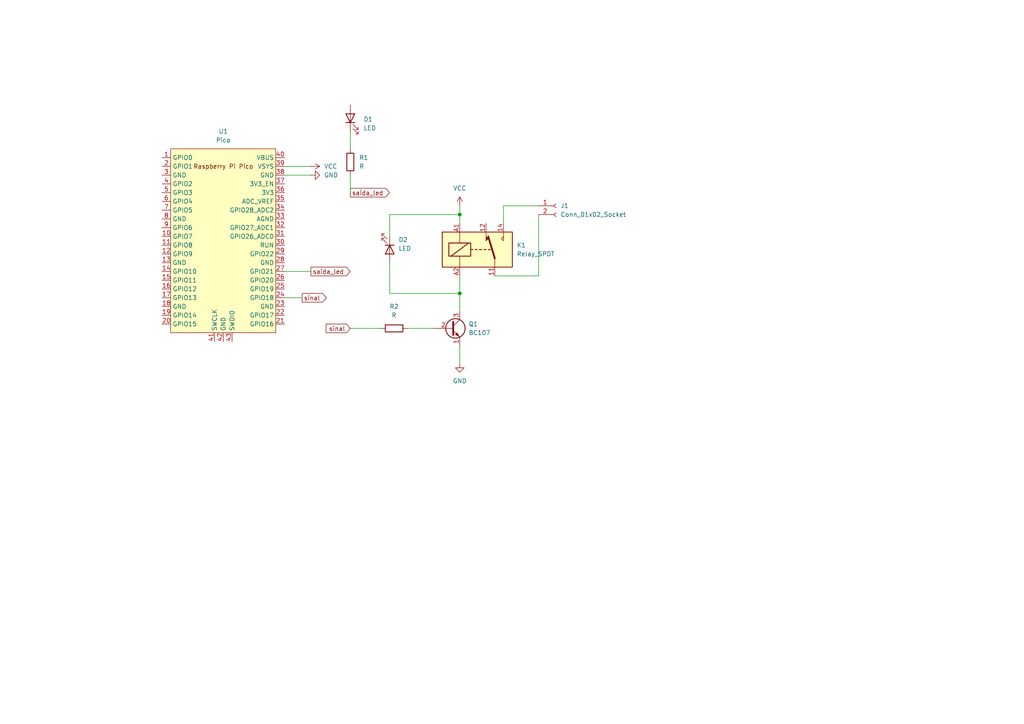
<source format=kicad_sch>
(kicad_sch (version 20231120) (generator "eeschema") (generator_version "8.0")
  (paper "A4")
  (lib_symbols
    (symbol "Connector:Conn_01x02_Socket" (pin_names (offset 1.016) hide)
      (property "Reference" "J" (at 0 2.54 0))
      (property "Value" "Conn_01x02_Socket" (at 0 -5.08 0))
      (symbol "Conn_01x02_Socket_1_1"
        (arc (start 0 -2.032) (mid -0.5058 -2.54) (end 0 -3.048) (stroke (width 0.1524)))
        (polyline (pts (xy -1.27 -2.54) (xy -0.508 -2.54)) (stroke (width 0.1524)))
        (polyline (pts (xy -1.27 0) (xy -0.508 0)) (stroke (width 0.1524)))
        (arc (start 0 0.508) (mid -0.5058 0) (end 0 -0.508) (stroke (width 0.1524)))
        (pin passive line (at -5.08 0 0) (length 3.81) (name "Pin_1") (number "1"))
        (pin passive line (at -5.08 -2.54 0) (length 3.81) (name "Pin_2") (number "2"))
      )
    )
    (symbol "Device:LED" (pin_numbers hide) (pin_names (offset 1.016) hide)
      (property "Reference" "D" (at 0 2.54 0))
      (property "Value" "LED" (at 0 -2.54 0))
      (symbol "LED_0_1"
        (polyline (pts (xy -1.27 -1.27) (xy -1.27 1.27)) (stroke (width 0.254)))
        (polyline (pts (xy -1.27 0) (xy 1.27 0)))
        (polyline (pts (xy 1.27 -1.27) (xy 1.27 1.27) (xy -1.27 0) (xy 1.27 -1.27)) (stroke (width 0.254)))
        (polyline (pts (xy -3.048 -0.762) (xy -4.572 -2.286) (xy -3.81 -2.286) (xy -4.572 -2.286) (xy -4.572 -1.524)))
        (polyline (pts (xy -1.778 -0.762) (xy -3.302 -2.286) (xy -2.54 -2.286) (xy -3.302 -2.286) (xy -3.302 -1.524)))
      )
      (symbol "LED_1_1"
        (pin passive line (at -3.81 0 0) (length 2.54) (name "K") (number "1"))
        (pin passive line (at 3.81 0 180) (length 2.54) (name "A") (number "2"))
      )
    )
    (symbol "Device:R" (pin_numbers hide) (pin_names (offset 0))
      (property "Reference" "R" (at 2.032 0 90))
      (property "Value" "R" (at 0 0 90))
      (symbol "R_0_1"
        (rectangle (start -1.016 -2.54) (end 1.016 2.54) (stroke (width 0.254)))
      )
      (symbol "R_1_1"
        (pin passive line (at 0 3.81 270) (length 1.27) (name "~") (number "1"))
        (pin passive line (at 0 -3.81 90) (length 1.27) (name "~") (number "2"))
      )
    )
    (symbol "MCU_RaspberryPi_and_Boards:Pico"
      (property "Reference" "U" (at -13.97 27.94 0))
      (property "Value" "Pico" (at 0 19.05 0))
      (symbol "Pico_0_0"
        (text "Raspberry Pi Pico" (at 0 21.59 0) (effects (font (size 1.27 1.27))))
      )
      (symbol "Pico_0_1"
        (rectangle (start -15.24 26.67) (end 15.24 -26.67) (fill (type background)))
      )
      (symbol "Pico_1_1"
        (pin bidirectional line (at -17.78 24.13 0) (length 2.54) (name "GPIO0") (number "1"))
        (pin bidirectional line (at -17.78 1.27 0) (length 2.54) (name "GPIO7") (number "10"))
        (pin bidirectional line (at -17.78 -1.27 0) (length 2.54) (name "GPIO8") (number "11"))
        (pin bidirectional line (at -17.78 -3.81 0) (length 2.54) (name "GPIO9") (number "12"))
        (pin power_in line (at -17.78 -6.35 0) (length 2.54) (name "GND") (number "13"))
        (pin bidirectional line (at -17.78 -8.89 0) (length 2.54) (name "GPIO10") (number "14"))
        (pin bidirectional line (at -17.78 -11.43 0) (length 2.54) (name "GPIO11") (number "15"))
        (pin bidirectional line (at -17.78 -13.97 0) (length 2.54) (name "GPIO12") (number "16"))
        (pin bidirectional line (at -17.78 -16.51 0) (length 2.54) (name "GPIO13") (number "17"))
        (pin power_in line (at -17.78 -19.05 0) (length 2.54) (name "GND") (number "18"))
        (pin bidirectional line (at -17.78 -21.59 0) (length 2.54) (name "GPIO14") (number "19"))
        (pin bidirectional line (at -17.78 21.59 0) (length 2.54) (name "GPIO1") (number "2"))
        (pin bidirectional line (at -17.78 -24.13 0) (length 2.54) (name "GPIO15") (number "20"))
        (pin bidirectional line (at 17.78 -24.13 180) (length 2.54) (name "GPIO16") (number "21"))
        (pin bidirectional line (at 17.78 -21.59 180) (length 2.54) (name "GPIO17") (number "22"))
        (pin power_in line (at 17.78 -19.05 180) (length 2.54) (name "GND") (number "23"))
        (pin bidirectional line (at 17.78 -16.51 180) (length 2.54) (name "GPIO18") (number "24"))
        (pin bidirectional line (at 17.78 -13.97 180) (length 2.54) (name "GPIO19") (number "25"))
        (pin bidirectional line (at 17.78 -11.43 180) (length 2.54) (name "GPIO20") (number "26"))
        (pin bidirectional line (at 17.78 -8.89 180) (length 2.54) (name "GPIO21") (number "27"))
        (pin power_in line (at 17.78 -6.35 180) (length 2.54) (name "GND") (number "28"))
        (pin bidirectional line (at 17.78 -3.81 180) (length 2.54) (name "GPIO22") (number "29"))
        (pin power_in line (at -17.78 19.05 0) (length 2.54) (name "GND") (number "3"))
        (pin input line (at 17.78 -1.27 180) (length 2.54) (name "RUN") (number "30"))
        (pin bidirectional line (at 17.78 1.27 180) (length 2.54) (name "GPIO26_ADC0") (number "31"))
        (pin bidirectional line (at 17.78 3.81 180) (length 2.54) (name "GPIO27_ADC1") (number "32"))
        (pin power_in line (at 17.78 6.35 180) (length 2.54) (name "AGND") (number "33"))
        (pin bidirectional line (at 17.78 8.89 180) (length 2.54) (name "GPIO28_ADC2") (number "34"))
        (pin power_in line (at 17.78 11.43 180) (length 2.54) (name "ADC_VREF") (number "35"))
        (pin power_in line (at 17.78 13.97 180) (length 2.54) (name "3V3") (number "36"))
        (pin input line (at 17.78 16.51 180) (length 2.54) (name "3V3_EN") (number "37"))
        (pin bidirectional line (at 17.78 19.05 180) (length 2.54) (name "GND") (number "38"))
        (pin power_in line (at 17.78 21.59 180) (length 2.54) (name "VSYS") (number "39"))
        (pin bidirectional line (at -17.78 16.51 0) (length 2.54) (name "GPIO2") (number "4"))
        (pin power_in line (at 17.78 24.13 180) (length 2.54) (name "VBUS") (number "40"))
        (pin input line (at -2.54 -29.21 90) (length 2.54) (name "SWCLK") (number "41"))
        (pin power_in line (at 0 -29.21 90) (length 2.54) (name "GND") (number "42"))
        (pin bidirectional line (at 2.54 -29.21 90) (length 2.54) (name "SWDIO") (number "43"))
        (pin bidirectional line (at -17.78 13.97 0) (length 2.54) (name "GPIO3") (number "5"))
        (pin bidirectional line (at -17.78 11.43 0) (length 2.54) (name "GPIO4") (number "6"))
        (pin bidirectional line (at -17.78 8.89 0) (length 2.54) (name "GPIO5") (number "7"))
        (pin power_in line (at -17.78 6.35 0) (length 2.54) (name "GND") (number "8"))
        (pin bidirectional line (at -17.78 3.81 0) (length 2.54) (name "GPIO6") (number "9"))
      )
    )
    (symbol "Relay:Relay_SPDT"
      (property "Reference" "K" (at 11.43 3.81 0))
      (property "Value" "Relay_SPDT" (at 11.43 1.27 0))
      (symbol "Relay_SPDT_0_0"
        (polyline (pts (xy 7.62 5.08) (xy 7.62 2.54) (xy 6.985 3.175) (xy 7.62 3.81)))
      )
      (symbol "Relay_SPDT_0_1"
        (rectangle (start -10.16 5.08) (end 10.16 -5.08) (stroke (width 0.254)) (fill (type background)))
        (rectangle (start -8.255 1.905) (end -1.905 -1.905) (stroke (width 0.254)))
        (polyline (pts (xy -7.62 -1.905) (xy -2.54 1.905)) (stroke (width 0.254)))
        (polyline (pts (xy -5.08 -5.08) (xy -5.08 -1.905)))
        (polyline (pts (xy -5.08 5.08) (xy -5.08 1.905)))
        (polyline (pts (xy -1.905 0) (xy -1.27 0)) (stroke (width 0.254)))
        (polyline (pts (xy -0.635 0) (xy 0 0)) (stroke (width 0.254)))
        (polyline (pts (xy 0.635 0) (xy 1.27 0)) (stroke (width 0.254)))
        (polyline (pts (xy 1.905 0) (xy 2.54 0)) (stroke (width 0.254)))
        (polyline (pts (xy 3.175 0) (xy 3.81 0)) (stroke (width 0.254)))
        (polyline (pts (xy 5.08 -2.54) (xy 3.175 3.81)) (stroke (width 0.508)))
        (polyline (pts (xy 5.08 -2.54) (xy 5.08 -5.08)))
        (polyline (pts (xy 2.54 5.08) (xy 2.54 2.54) (xy 3.175 3.175) (xy 2.54 3.81)) (fill (type outline)))
      )
      (symbol "Relay_SPDT_1_1"
        (pin passive line (at 5.08 -7.62 90) (length 2.54) (name "~") (number "11"))
        (pin passive line (at 2.54 7.62 270) (length 2.54) (name "~") (number "12"))
        (pin passive line (at 7.62 7.62 270) (length 2.54) (name "~") (number "14"))
        (pin passive line (at -5.08 7.62 270) (length 2.54) (name "~") (number "A1"))
        (pin passive line (at -5.08 -7.62 90) (length 2.54) (name "~") (number "A2"))
      )
    )
    (symbol "Transistor_BJT:BC107" (pin_names (offset 0) hide)
      (property "Reference" "Q" (at 5.08 1.905 0))
      (property "Value" "BC107" (at 5.08 0 0))
      (symbol "BC107_0_1"
        (polyline (pts (xy 0.635 0.635) (xy 2.54 2.54)))
        (polyline (pts (xy 0.635 -0.635) (xy 2.54 -2.54) (xy 2.54 -2.54)))
        (polyline (pts (xy 0.635 1.905) (xy 0.635 -1.905) (xy 0.635 -1.905)) (stroke (width 0.508)))
        (polyline (pts (xy 1.27 -1.778) (xy 1.778 -1.27) (xy 2.286 -2.286) (xy 1.27 -1.778) (xy 1.27 -1.778)) (fill (type outline)))
        (circle (center 1.27 0) (radius 2.8194) (stroke (width 0.254)))
      )
      (symbol "BC107_1_1"
        (pin passive line (at 2.54 -5.08 90) (length 2.54) (name "E") (number "1"))
        (pin input line (at -5.08 0 0) (length 5.715) (name "B") (number "2"))
        (pin passive line (at 2.54 5.08 270) (length 2.54) (name "C") (number "3"))
      )
    )
    (symbol "power:GND" (power) (pin_numbers hide) (pin_names (offset 0) hide)
      (property "Value" "GND" (at 0 -3.81 0))
      (symbol "GND_0_1"
        (polyline (pts (xy 0 0) (xy 0 -1.27) (xy 1.27 -1.27) (xy 0 -2.54) (xy -1.27 -1.27) (xy 0 -1.27)))
      )
      (symbol "GND_1_1"
        (pin power_in line (at 0 0 270) (length 0) (name "~") (number "1"))
      )
    )
    (symbol "power:VCC" (power) (pin_numbers hide) (pin_names (offset 0) hide)
      (property "Value" "VCC" (at 0 3.556 0))
      (symbol "VCC_0_1"
        (polyline (pts (xy -0.762 1.27) (xy 0 2.54)))
        (polyline (pts (xy 0 0) (xy 0 2.54)))
        (polyline (pts (xy 0 2.54) (xy 0.762 1.27)))
      )
      (symbol "VCC_1_1"
        (pin power_in line (at 0 0 90) (length 0) (name "~") (number "1"))
      )
    )
  )
  (junction (at 133.35 85.09))
  (junction (at 133.35 62.23))
  (wire (pts (xy 82.55 50.8) (xy 90.17 50.8)))
  (wire (pts (xy 133.35 59.69) (xy 133.35 62.23)))
  (wire (pts (xy 133.35 85.09) (xy 133.35 90.17)))
  (wire (pts (xy 146.05 64.77) (xy 146.05 59.69)))
  (wire (pts (xy 118.11 95.25) (xy 125.73 95.25)))
  (wire (pts (xy 113.03 68.58) (xy 113.03 62.23)))
  (wire (pts (xy 156.21 80.01) (xy 156.21 62.23)))
  (wire (pts (xy 133.35 80.01) (xy 133.35 85.09)))
  (wire (pts (xy 82.55 78.74) (xy 90.17 78.74)))
  (wire (pts (xy 113.03 85.09) (xy 113.03 76.2)))
  (wire (pts (xy 133.35 85.09) (xy 113.03 85.09)))
  (wire (pts (xy 113.03 62.23) (xy 133.35 62.23)))
  (wire (pts (xy 101.6 50.8) (xy 101.6 55.88)))
  (wire (pts (xy 101.6 38.1) (xy 101.6 43.18)))
  (wire (pts (xy 82.55 86.36) (xy 87.63 86.36)))
  (wire (pts (xy 133.35 62.23) (xy 133.35 64.77)))
  (wire (pts (xy 101.6 95.25) (xy 110.49 95.25)))
  (wire (pts (xy 133.35 100.33) (xy 133.35 105.41)))
  (wire (pts (xy 82.55 48.26) (xy 90.17 48.26)))
  (wire (pts (xy 146.05 59.69) (xy 156.21 59.69)))
  (wire (pts (xy 143.51 80.01) (xy 156.21 80.01)))
  (global_label "sinal" (shape input) (at 101.6 95.25 180) (property "Intersheetrefs" "${INTERSHEET_REFS}" (effects (hide yes))))
  (global_label "sinal" (shape output) (at 87.63 86.36 0) (property "Intersheetrefs" "${INTERSHEET_REFS}" (effects (hide yes))))
  (global_label "saida_led" (shape output) (at 90.17 78.74 0) (property "Intersheetrefs" "${INTERSHEET_REFS}" (effects (hide yes))))
  (global_label "saida_led" (shape output) (at 101.6 55.88 0) (property "Intersheetrefs" "${INTERSHEET_REFS}" (effects (hide yes))))
  (symbol (lib_id "Device:R") (at 101.6 46.99 0) (unit 1)
    (property "Reference" "R1" (at 104.14 45.7199 0) (effects (justify left)))
    (property "Value" "R" (at 104.14 48.2599 0) (effects (justify left)))
    (property "Description" "Resistor" (effects (hide yes)))
  )
  (symbol (lib_id "power:VCC") (at 90.17 48.26 270) (unit 1)
    (property "Reference" "#PWR01" (effects (hide yes)))
    (property "Value" "VCC" (at 93.98 48.2599 90) (effects (justify left)))
    (property "Description" "Power symbol creates a global label with name \"VCC\"" (effects (hide yes)))
  )
  (symbol (lib_id "power:VCC") (at 133.35 59.69 0) (unit 1)
    (property "Reference" "#PWR03" (effects (hide yes)))
    (property "Value" "VCC" (at 133.35 54.61 0))
    (property "Description" "Power symbol creates a global label with name \"VCC\"" (effects (hide yes)))
  )
  (symbol (lib_id "MCU_RaspberryPi_and_Boards:Pico") (at 64.77 69.85 0) (unit 1)
    (property "Reference" "U1" (at 64.77 38.1 0))
    (property "Value" "Pico" (at 64.77 40.64 0))
    (property "Footprint" "RPi_Pico:RPi_Pico_SMD_TH" (effects (hide yes)))
  )
  (symbol (lib_id "Transistor_BJT:BC107") (at 130.81 95.25 0) (unit 1)
    (property "Reference" "Q1" (at 135.89 93.9799 0) (effects (justify left)))
    (property "Value" "BC107" (at 135.89 96.5199 0) (effects (justify left)))
    (property "Footprint" "Package_TO_SOT_THT:TO-18-3" (effects (hide yes)))
    (property "Datasheet" "http://www.b-kainka.de/Daten/Transistor/BC108.pdf" (effects (hide yes)))
    (property "Description" "0.1A Ic, 50V Vce, Low Noise General Purpose NPN Transistor, TO-18" (effects (hide yes)))
  )
  (symbol (lib_id "Device:LED") (at 113.03 72.39 270) (unit 1)
    (property "Reference" "D2" (at 115.57 69.5324 90) (effects (justify left)))
    (property "Value" "LED" (at 115.57 72.0724 90) (effects (justify left)))
    (property "Description" "Light emitting diode" (effects (hide yes)))
  )
  (symbol (lib_id "power:GND") (at 90.17 50.8 90) (unit 1)
    (property "Reference" "#PWR02" (effects (hide yes)))
    (property "Value" "GND" (at 93.98 50.7999 90) (effects (justify right)))
    (property "Description" "Power symbol creates a global label with name \"GND\" , ground" (effects (hide yes)))
  )
  (symbol (lib_id "Connector:Conn_01x02_Socket") (at 161.29 59.69 0) (unit 1)
    (property "Reference" "J1" (at 162.56 59.6899 0) (effects (justify left)))
    (property "Value" "Conn_01x02_Socket" (at 162.56 62.2299 0) (effects (justify left)))
    (property "Description" "Generic connector, single row, 01x02, script generated" (effects (hide yes)))
  )
  (symbol (lib_id "Device:LED") (at 101.6 34.29 90) (unit 1)
    (property "Reference" "D1" (at 105.41 34.6074 90) (effects (justify right)))
    (property "Value" "LED" (at 105.41 37.1474 90) (effects (justify right)))
    (property "Description" "Light emitting diode" (effects (hide yes)))
  )
  (symbol (lib_id "Device:R") (at 114.3 95.25 90) (unit 1)
    (property "Reference" "R2" (at 114.3 88.9 90))
    (property "Value" "R" (at 114.3 91.44 90))
    (property "Description" "Resistor" (effects (hide yes)))
  )
  (symbol (lib_id "Relay:Relay_SPDT") (at 138.43 72.39 0) (unit 1)
    (property "Reference" "K1" (at 149.86 71.1199 0) (effects (justify left)))
    (property "Value" "Relay_SPDT" (at 149.86 73.6599 0) (effects (justify left)))
    (property "Description" "Monostable Relay SPDT, EN50005" (effects (hide yes)))
  )
  (symbol (lib_id "power:GND") (at 133.35 105.41 0) (unit 1)
    (property "Reference" "#PWR04" (effects (hide yes)))
    (property "Value" "GND" (at 133.35 110.49 0))
    (property "Description" "Power symbol creates a global label with name \"GND\" , ground" (effects (hide yes)))
  )
)
</source>
